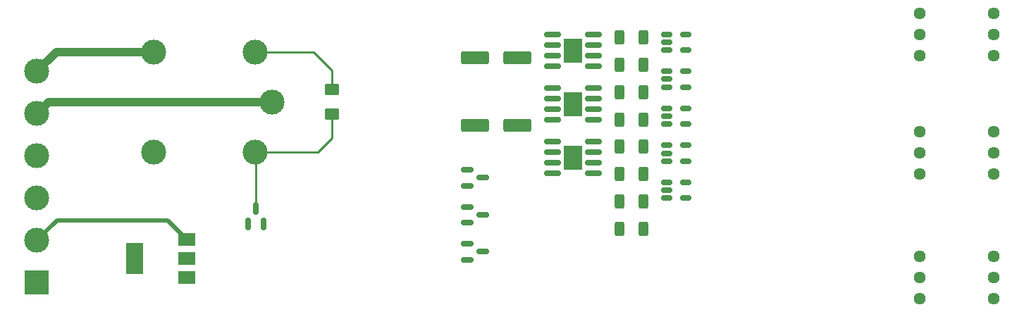
<source format=gbr>
%TF.GenerationSoftware,KiCad,Pcbnew,7.0.10*%
%TF.CreationDate,2024-04-03T19:17:27+05:30*%
%TF.ProjectId,BSPD,42535044-2e6b-4696-9361-645f70636258,rev?*%
%TF.SameCoordinates,Original*%
%TF.FileFunction,Copper,L1,Top*%
%TF.FilePolarity,Positive*%
%FSLAX46Y46*%
G04 Gerber Fmt 4.6, Leading zero omitted, Abs format (unit mm)*
G04 Created by KiCad (PCBNEW 7.0.10) date 2024-04-03 19:17:27*
%MOMM*%
%LPD*%
G01*
G04 APERTURE LIST*
G04 Aperture macros list*
%AMRoundRect*
0 Rectangle with rounded corners*
0 $1 Rounding radius*
0 $2 $3 $4 $5 $6 $7 $8 $9 X,Y pos of 4 corners*
0 Add a 4 corners polygon primitive as box body*
4,1,4,$2,$3,$4,$5,$6,$7,$8,$9,$2,$3,0*
0 Add four circle primitives for the rounded corners*
1,1,$1+$1,$2,$3*
1,1,$1+$1,$4,$5*
1,1,$1+$1,$6,$7*
1,1,$1+$1,$8,$9*
0 Add four rect primitives between the rounded corners*
20,1,$1+$1,$2,$3,$4,$5,0*
20,1,$1+$1,$4,$5,$6,$7,0*
20,1,$1+$1,$6,$7,$8,$9,0*
20,1,$1+$1,$8,$9,$2,$3,0*%
G04 Aperture macros list end*
%TA.AperFunction,SMDPad,CuDef*%
%ADD10RoundRect,0.150000X-0.512500X-0.150000X0.512500X-0.150000X0.512500X0.150000X-0.512500X0.150000X0*%
%TD*%
%TA.AperFunction,SMDPad,CuDef*%
%ADD11RoundRect,0.150000X-0.825000X-0.150000X0.825000X-0.150000X0.825000X0.150000X-0.825000X0.150000X0*%
%TD*%
%TA.AperFunction,SMDPad,CuDef*%
%ADD12R,2.290000X3.000000*%
%TD*%
%TA.AperFunction,SMDPad,CuDef*%
%ADD13RoundRect,0.250000X-0.312500X-0.625000X0.312500X-0.625000X0.312500X0.625000X-0.312500X0.625000X0*%
%TD*%
%TA.AperFunction,SMDPad,CuDef*%
%ADD14RoundRect,0.150000X-0.587500X-0.150000X0.587500X-0.150000X0.587500X0.150000X-0.587500X0.150000X0*%
%TD*%
%TA.AperFunction,SMDPad,CuDef*%
%ADD15RoundRect,0.250000X-1.412500X-0.550000X1.412500X-0.550000X1.412500X0.550000X-1.412500X0.550000X0*%
%TD*%
%TA.AperFunction,SMDPad,CuDef*%
%ADD16RoundRect,0.150000X0.150000X-0.587500X0.150000X0.587500X-0.150000X0.587500X-0.150000X-0.587500X0*%
%TD*%
%TA.AperFunction,SMDPad,CuDef*%
%ADD17R,2.000000X1.500000*%
%TD*%
%TA.AperFunction,SMDPad,CuDef*%
%ADD18R,2.000000X3.800000*%
%TD*%
%TA.AperFunction,ComponentPad*%
%ADD19C,1.440000*%
%TD*%
%TA.AperFunction,ComponentPad*%
%ADD20C,3.000000*%
%TD*%
%TA.AperFunction,SMDPad,CuDef*%
%ADD21RoundRect,0.250001X-0.624999X0.462499X-0.624999X-0.462499X0.624999X-0.462499X0.624999X0.462499X0*%
%TD*%
%TA.AperFunction,ComponentPad*%
%ADD22R,3.000000X3.000000*%
%TD*%
%TA.AperFunction,Conductor*%
%ADD23C,0.250000*%
%TD*%
%TA.AperFunction,Conductor*%
%ADD24C,0.500000*%
%TD*%
%TA.AperFunction,Conductor*%
%ADD25C,1.000000*%
%TD*%
G04 APERTURE END LIST*
D10*
%TO.P,U11,1,A*%
%TO.N,Net-(U11-A)*%
X95346500Y-58422000D03*
%TO.P,U11,2,B*%
%TO.N,Net-(U11-B)*%
X95346500Y-59372000D03*
%TO.P,U11,3,GND*%
%TO.N,GND*%
X95346500Y-60322000D03*
%TO.P,U11,4,Y*%
%TO.N,Net-(U11-Y)*%
X97621500Y-60322000D03*
%TO.P,U11,5,VCC*%
%TO.N,VCC*%
X97621500Y-58422000D03*
%TD*%
%TO.P,U9,1,NC*%
%TO.N,unconnected-(U9-NC-Pad1)*%
X95346500Y-53972000D03*
%TO.P,U9,2*%
%TO.N,Net-(U4-Y)*%
X95346500Y-54922000D03*
%TO.P,U9,3,GND*%
%TO.N,GND*%
X95346500Y-55872000D03*
%TO.P,U9,4*%
%TO.N,Net-(Q2-G)*%
X97621500Y-55872000D03*
%TO.P,U9,5,VCC*%
%TO.N,VCC*%
X97621500Y-53972000D03*
%TD*%
%TO.P,U8,1,NC*%
%TO.N,unconnected-(U8-NC-Pad1)*%
X95346500Y-49522000D03*
%TO.P,U8,2*%
%TO.N,Net-(R2-Pad1)*%
X95346500Y-50472000D03*
%TO.P,U8,3,GND*%
%TO.N,unconnected-(U8-GND-Pad3)*%
X95346500Y-51422000D03*
%TO.P,U8,4*%
%TO.N,Net-(Q1-G)*%
X97621500Y-51422000D03*
%TO.P,U8,5,VCC*%
%TO.N,unconnected-(U8-VCC-Pad5)*%
X97621500Y-49522000D03*
%TD*%
%TO.P,U7,1,A*%
%TO.N,Net-(U7-A)*%
X95346500Y-45072000D03*
%TO.P,U7,2,B*%
%TO.N,Net-(U7-B)*%
X95346500Y-46022000D03*
%TO.P,U7,3,GND*%
%TO.N,GND*%
X95346500Y-46972000D03*
%TO.P,U7,4,Y*%
%TO.N,Net-(U4-B)*%
X97621500Y-46972000D03*
%TO.P,U7,5,VCC*%
%TO.N,VCC*%
X97621500Y-45072000D03*
%TD*%
%TO.P,U4,1,A*%
%TO.N,Net-(U11-Y)*%
X95346500Y-40622000D03*
%TO.P,U4,2,B*%
%TO.N,Net-(U4-B)*%
X95346500Y-41572000D03*
%TO.P,U4,3,GND*%
%TO.N,GND*%
X95346500Y-42522000D03*
%TO.P,U4,4,Y*%
%TO.N,Net-(U4-Y)*%
X97621500Y-42522000D03*
%TO.P,U4,5,VCC*%
%TO.N,VCC*%
X97621500Y-40622000D03*
%TD*%
D11*
%TO.P,U3,1*%
%TO.N,Net-(U7-B)*%
X81599000Y-53567000D03*
%TO.P,U3,2,-*%
%TO.N,a_in*%
X81599000Y-54837000D03*
%TO.P,U3,3,+*%
%TO.N,Net-(U3A-+)*%
X81599000Y-56107000D03*
%TO.P,U3,4,V-*%
%TO.N,GND*%
X81599000Y-57377000D03*
%TO.P,U3,5,+*%
%TO.N,Net-(U3B-+)*%
X86549000Y-57377000D03*
%TO.P,U3,6,-*%
%TO.N,b_in*%
X86549000Y-56107000D03*
%TO.P,U3,7*%
%TO.N,Net-(U7-A)*%
X86549000Y-54837000D03*
%TO.P,U3,8,V+*%
%TO.N,VCC*%
X86549000Y-53567000D03*
D12*
%TO.P,U3,9*%
%TO.N,N/C*%
X84074000Y-55472000D03*
%TD*%
D11*
%TO.P,U2,1*%
%TO.N,Net-(Q3-G)*%
X81599000Y-47117000D03*
%TO.P,U2,2,-*%
%TO.N,Net-(Q2-D)*%
X81599000Y-48387000D03*
%TO.P,U2,3,+*%
%TO.N,Net-(U2A-+)*%
X81599000Y-49657000D03*
%TO.P,U2,4,V-*%
%TO.N,GND*%
X81599000Y-50927000D03*
%TO.P,U2,5,+*%
%TO.N,Net-(U2B-+)*%
X86549000Y-50927000D03*
%TO.P,U2,6,-*%
%TO.N,Net-(Q3-D)*%
X86549000Y-49657000D03*
%TO.P,U2,7*%
%TO.N,Net-(R2-Pad1)*%
X86549000Y-48387000D03*
%TO.P,U2,8,V+*%
%TO.N,VCC*%
X86549000Y-47117000D03*
D12*
%TO.P,U2,9*%
%TO.N,N/C*%
X84074000Y-49022000D03*
%TD*%
D11*
%TO.P,U1,1*%
%TO.N,Net-(U11-A)*%
X81599000Y-40667000D03*
%TO.P,U1,2,-*%
%TO.N,Net-(U1A--)*%
X81599000Y-41937000D03*
%TO.P,U1,3,+*%
%TO.N,b_in*%
X81599000Y-43207000D03*
%TO.P,U1,4,V-*%
%TO.N,GND*%
X81599000Y-44477000D03*
%TO.P,U1,5,+*%
%TO.N,a_in*%
X86549000Y-44477000D03*
%TO.P,U1,6,-*%
%TO.N,Net-(U1B--)*%
X86549000Y-43207000D03*
%TO.P,U1,7*%
%TO.N,Net-(U11-B)*%
X86549000Y-41937000D03*
%TO.P,U1,8,V+*%
%TO.N,VCC*%
X86549000Y-40667000D03*
D12*
%TO.P,U1,9*%
%TO.N,N/C*%
X84074000Y-42572000D03*
%TD*%
D13*
%TO.P,R8,1*%
%TO.N,Net-(Q3-G)*%
X89641500Y-64022000D03*
%TO.P,R8,2*%
%TO.N,VCC*%
X92566500Y-64022000D03*
%TD*%
%TO.P,R7,1*%
%TO.N,Net-(U11-A)*%
X89641500Y-60732000D03*
%TO.P,R7,2*%
%TO.N,VCC*%
X92566500Y-60732000D03*
%TD*%
%TO.P,R6,1*%
%TO.N,Net-(U11-B)*%
X89641500Y-57442000D03*
%TO.P,R6,2*%
%TO.N,VCC*%
X92566500Y-57442000D03*
%TD*%
%TO.P,R5,1*%
%TO.N,Net-(U7-A)*%
X89641500Y-54152000D03*
%TO.P,R5,2*%
%TO.N,VCC*%
X92566500Y-54152000D03*
%TD*%
%TO.P,R4,1*%
%TO.N,Net-(Q3-D)*%
X89641500Y-50862000D03*
%TO.P,R4,2*%
%TO.N,GND*%
X92566500Y-50862000D03*
%TD*%
%TO.P,R3,1*%
%TO.N,Net-(U7-B)*%
X89641500Y-47572000D03*
%TO.P,R3,2*%
%TO.N,VCC*%
X92566500Y-47572000D03*
%TD*%
%TO.P,R2,1*%
%TO.N,Net-(R2-Pad1)*%
X89641500Y-44282000D03*
%TO.P,R2,2*%
%TO.N,unconnected-(R2-Pad2)*%
X92566500Y-44282000D03*
%TD*%
%TO.P,R1,1*%
%TO.N,Net-(U4-Y)*%
X89641500Y-40992000D03*
%TO.P,R1,2*%
%TO.N,Net-(Q2-D)*%
X92566500Y-40992000D03*
%TD*%
D14*
%TO.P,Q4,1,D*%
%TO.N,Net-(Q3-D)*%
X71406500Y-65822000D03*
%TO.P,Q4,2,G*%
%TO.N,VCC*%
X71406500Y-67722000D03*
%TO.P,Q4,3,S*%
%TO.N,GND*%
X73281500Y-66772000D03*
%TD*%
%TO.P,Q3,1,G*%
%TO.N,Net-(Q3-G)*%
X71406500Y-61372000D03*
%TO.P,Q3,2,S*%
%TO.N,VCC*%
X71406500Y-63272000D03*
%TO.P,Q3,3,D*%
%TO.N,Net-(Q3-D)*%
X73281500Y-62322000D03*
%TD*%
%TO.P,Q2,1,G*%
%TO.N,Net-(Q2-G)*%
X71406500Y-56922000D03*
%TO.P,Q2,2,S*%
%TO.N,GND*%
X71406500Y-58822000D03*
%TO.P,Q2,3,D*%
%TO.N,Net-(Q2-D)*%
X73281500Y-57872000D03*
%TD*%
D15*
%TO.P,C2,1*%
%TO.N,Net-(Q3-D)*%
X72336500Y-51572000D03*
%TO.P,C2,2*%
%TO.N,GND*%
X77411500Y-51572000D03*
%TD*%
%TO.P,C1,1*%
%TO.N,Net-(Q2-D)*%
X72336500Y-43422000D03*
%TO.P,C1,2*%
%TO.N,GND*%
X77411500Y-43422000D03*
%TD*%
D16*
%TO.P,Q1,1,S*%
%TO.N,unconnected-(Q1-S-Pad1)*%
X45024000Y-63421500D03*
%TO.P,Q1,2,G*%
%TO.N,Net-(Q1-G)*%
X46924000Y-63421500D03*
%TO.P,Q1,3,D*%
%TO.N,Net-(D1-A)*%
X45974000Y-61546500D03*
%TD*%
D17*
%TO.P,U10,1,GND/ADJ*%
%TO.N,GND*%
X37694000Y-69864000D03*
%TO.P,U10,2,VOUT*%
%TO.N,VCC*%
X37694000Y-67564000D03*
%TO.P,U10,3,VIN*%
%TO.N,12V*%
X37694000Y-65264000D03*
D18*
%TO.P,U10,4*%
%TO.N,N/C*%
X31394000Y-67564000D03*
%TD*%
D19*
%TO.P,RV6,1,1*%
%TO.N,VCC*%
X125730000Y-43190000D03*
%TO.P,RV6,2,2*%
%TO.N,Net-(U2A-+)*%
X125730000Y-40650000D03*
%TO.P,RV6,3,3*%
%TO.N,GND*%
X125730000Y-38110000D03*
%TD*%
%TO.P,RV5,1,1*%
%TO.N,VCC*%
X134620000Y-43180000D03*
%TO.P,RV5,2,2*%
%TO.N,Net-(U2B-+)*%
X134620000Y-40640000D03*
%TO.P,RV5,3,3*%
%TO.N,GND*%
X134620000Y-38100000D03*
%TD*%
D20*
%TO.P,K3,11*%
%TO.N,Shutdown A*%
X47928000Y-48768000D03*
%TO.P,K3,12*%
%TO.N,unconnected-(K3-Pad12)*%
X33728000Y-54768000D03*
%TO.P,K3,14*%
%TO.N,Shutdown B*%
X33728000Y-42768000D03*
%TO.P,K3,A1*%
%TO.N,12V*%
X45928000Y-42768000D03*
%TO.P,K3,A2*%
%TO.N,Net-(D1-A)*%
X45928000Y-54768000D03*
%TD*%
D21*
%TO.P,D1,2,A*%
%TO.N,Net-(D1-A)*%
X55118000Y-50255500D03*
%TO.P,D1,1,K*%
%TO.N,12V*%
X55118000Y-47280500D03*
%TD*%
D19*
%TO.P,brake_upper_trig1,3,3*%
%TO.N,GND*%
X125730000Y-67320000D03*
%TO.P,brake_upper_trig1,2,2*%
%TO.N,Net-(U1B--)*%
X125730000Y-69860000D03*
%TO.P,brake_upper_trig1,1,1*%
%TO.N,VCC*%
X125730000Y-72400000D03*
%TD*%
%TO.P,brake_lower_trigger1,1,1*%
%TO.N,VCC*%
X134620000Y-72390000D03*
%TO.P,brake_lower_trigger1,2,2*%
%TO.N,Net-(U3A-+)*%
X134620000Y-69850000D03*
%TO.P,brake_lower_trigger1,3,3*%
%TO.N,GND*%
X134620000Y-67310000D03*
%TD*%
%TO.P,acc_upper_trig1,1,1*%
%TO.N,VCC*%
X125730000Y-57414000D03*
%TO.P,acc_upper_trig1,2,2*%
%TO.N,Net-(U1A--)*%
X125730000Y-54874000D03*
%TO.P,acc_upper_trig1,3,3*%
%TO.N,GND*%
X125730000Y-52334000D03*
%TD*%
%TO.P,acc_lower_trig1,1,1*%
%TO.N,VCC*%
X134620000Y-57414000D03*
%TO.P,acc_lower_trig1,2,2*%
%TO.N,Net-(U3B-+)*%
X134620000Y-54874000D03*
%TO.P,acc_lower_trig1,3,3*%
%TO.N,GND*%
X134620000Y-52334000D03*
%TD*%
D22*
%TO.P,J1,1,Pin_1*%
%TO.N,GND*%
X19685000Y-70485000D03*
D20*
%TO.P,J1,2,Pin_2*%
%TO.N,12V*%
X19685000Y-65405000D03*
%TO.P,J1,3,Pin_3*%
%TO.N,a_in*%
X19685000Y-60325000D03*
%TO.P,J1,4,Pin_4*%
%TO.N,b_in*%
X19685000Y-55245000D03*
%TO.P,J1,5,Pin_5*%
%TO.N,Shutdown A*%
X19685000Y-50165000D03*
%TO.P,J1,6,Pin_6*%
%TO.N,Shutdown B*%
X19685000Y-45085000D03*
%TD*%
D23*
%TO.N,Net-(D1-A)*%
X45974000Y-54814000D02*
X45928000Y-54768000D01*
X45974000Y-61546500D02*
X45974000Y-54814000D01*
D24*
%TO.N,12V*%
X35422000Y-62992000D02*
X37694000Y-65264000D01*
X19685000Y-65405000D02*
X22098000Y-62992000D01*
X22098000Y-62992000D02*
X35422000Y-62992000D01*
D23*
X20422000Y-64668000D02*
X19685000Y-65405000D01*
%TO.N,Net-(D1-A)*%
X55118000Y-53086000D02*
X55118000Y-50255500D01*
X53436000Y-54768000D02*
X55118000Y-53086000D01*
X45928000Y-54768000D02*
X53436000Y-54768000D01*
%TO.N,12V*%
X55118000Y-44958000D02*
X55118000Y-47280500D01*
X52928000Y-42768000D02*
X55118000Y-44958000D01*
X45928000Y-42768000D02*
X52928000Y-42768000D01*
D25*
%TO.N,Shutdown A*%
X21082000Y-48768000D02*
X19685000Y-50165000D01*
X47928000Y-48768000D02*
X21082000Y-48768000D01*
%TO.N,Shutdown B*%
X33728000Y-42768000D02*
X22002000Y-42768000D01*
X22002000Y-42768000D02*
X19685000Y-45085000D01*
%TD*%
M02*

</source>
